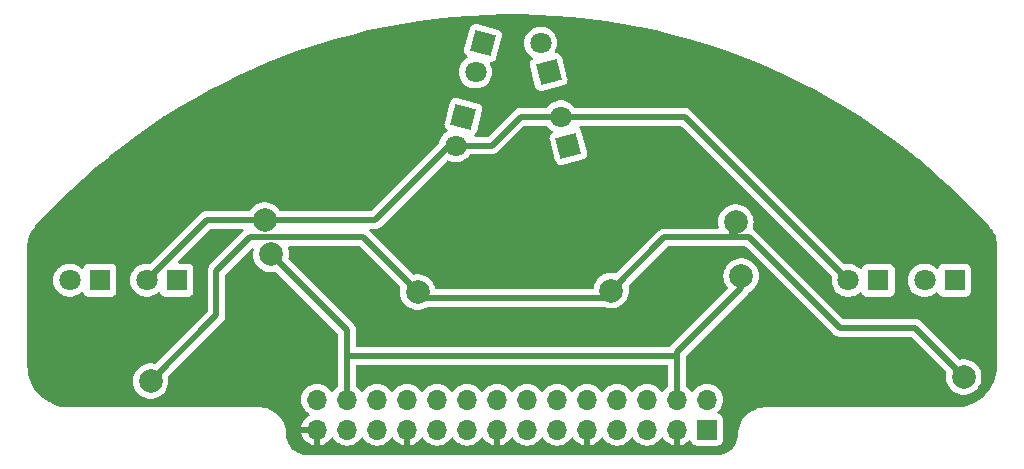
<source format=gbr>
%TF.GenerationSoftware,KiCad,Pcbnew,8.0.0*%
%TF.CreationDate,2024-03-23T23:06:13+02:00*%
%TF.ProjectId,test,74657374-2e6b-4696-9361-645f70636258,rev?*%
%TF.SameCoordinates,Original*%
%TF.FileFunction,Copper,L2,Bot*%
%TF.FilePolarity,Positive*%
%FSLAX46Y46*%
G04 Gerber Fmt 4.6, Leading zero omitted, Abs format (unit mm)*
G04 Created by KiCad (PCBNEW 8.0.0) date 2024-03-23 23:06:13*
%MOMM*%
%LPD*%
G01*
G04 APERTURE LIST*
G04 Aperture macros list*
%AMRotRect*
0 Rectangle, with rotation*
0 The origin of the aperture is its center*
0 $1 length*
0 $2 width*
0 $3 Rotation angle, in degrees counterclockwise*
0 Add horizontal line*
21,1,$1,$2,0,0,$3*%
G04 Aperture macros list end*
%TA.AperFunction,ComponentPad*%
%ADD10R,1.800000X1.800000*%
%TD*%
%TA.AperFunction,ComponentPad*%
%ADD11C,1.800000*%
%TD*%
%TA.AperFunction,ComponentPad*%
%ADD12RotRect,1.800000X1.800000X105.000000*%
%TD*%
%TA.AperFunction,ComponentPad*%
%ADD13RotRect,1.800000X1.800000X255.000000*%
%TD*%
%TA.AperFunction,ComponentPad*%
%ADD14R,1.700000X1.700000*%
%TD*%
%TA.AperFunction,ComponentPad*%
%ADD15O,1.700000X1.700000*%
%TD*%
%TA.AperFunction,ViaPad*%
%ADD16C,1.000000*%
%TD*%
%TA.AperFunction,ViaPad*%
%ADD17C,2.000000*%
%TD*%
%TA.AperFunction,Conductor*%
%ADD18C,0.500000*%
%TD*%
G04 APERTURE END LIST*
D10*
%TO.P,CGQ2,1,E*%
%TO.N,Net-(CGQ2-E)*%
X160825200Y-54559030D03*
D11*
%TO.P,CGQ2,2,C*%
%TO.N,/DetectorIn*%
X158285200Y-54559030D03*
%TD*%
D10*
%TO.P,U4,1,A*%
%TO.N,Net-(U4-A)*%
X226680404Y-54574658D03*
D11*
%TO.P,U4,2,C*%
%TO.N,Net-(Q4-C)*%
X224140404Y-54574658D03*
%TD*%
D12*
%TO.P,CGQ3,1,E*%
%TO.N,Net-(CGQ3-E)*%
X193991153Y-43176498D03*
D11*
%TO.P,CGQ3,2,C*%
%TO.N,/DetectorIn*%
X193333753Y-40723046D03*
%TD*%
D10*
%TO.P,CGQ4,1,E*%
%TO.N,Net-(CGQ4-E)*%
X220223258Y-54580179D03*
D11*
%TO.P,CGQ4,2,C*%
%TO.N,/DetectorIn*%
X217683258Y-54580179D03*
%TD*%
D12*
%TO.P,U3,1,A*%
%TO.N,Net-(U3-A)*%
X192309943Y-36940771D03*
D11*
%TO.P,U3,2,C*%
%TO.N,Net-(Q3-C)*%
X191652543Y-34487319D03*
%TD*%
D13*
%TO.P,U1,1,A*%
%TO.N,Net-(U1-A)*%
X186784954Y-34473617D03*
D11*
%TO.P,U1,2,C*%
%TO.N,Net-(Q1-C)*%
X186127554Y-36927069D03*
%TD*%
D13*
%TO.P,CGQ1,1,E*%
%TO.N,Net-(CGQ1-E)*%
X185103013Y-40711603D03*
D11*
%TO.P,CGQ1,2,C*%
%TO.N,/DetectorIn*%
X184445613Y-43165055D03*
%TD*%
D10*
%TO.P,U2,1,A*%
%TO.N,Net-(U2-A)*%
X154311726Y-54563040D03*
D11*
%TO.P,U2,2,C*%
%TO.N,Net-(Q2-C)*%
X151771726Y-54563040D03*
%TD*%
D14*
%TO.P,J1,1,Pin_1*%
%TO.N,unconnected-(J1-Pin_1-Pad1)*%
X205730422Y-67212480D03*
D15*
%TO.P,J1,2,Pin_2*%
%TO.N,/3V3*%
X205730422Y-64672480D03*
%TO.P,J1,3,Pin_3*%
%TO.N,GND*%
X203190422Y-67212480D03*
%TO.P,J1,4,Pin_4*%
%TO.N,/Batt*%
X203190422Y-64672480D03*
%TO.P,J1,5,Pin_5*%
%TO.N,/Middle Right output*%
X200650422Y-67212480D03*
%TO.P,J1,6,Pin_6*%
%TO.N,unconnected-(J1-Pin_6-Pad6)*%
X200650422Y-64672480D03*
%TO.P,J1,7,Pin_7*%
%TO.N,/Right output*%
X198110422Y-67212480D03*
%TO.P,J1,8,Pin_8*%
%TO.N,/Middle Right input*%
X198110422Y-64672480D03*
%TO.P,J1,9,Pin_9*%
%TO.N,GND*%
X195570422Y-67212480D03*
%TO.P,J1,10,Pin_10*%
%TO.N,/Right input*%
X195570422Y-64672480D03*
%TO.P,J1,11,Pin_11*%
%TO.N,unconnected-(J1-Pin_11-Pad11)*%
X193030422Y-67212480D03*
%TO.P,J1,12,Pin_12*%
%TO.N,unconnected-(J1-Pin_12-Pad12)*%
X193030422Y-64672480D03*
%TO.P,J1,13,Pin_13*%
%TO.N,unconnected-(J1-Pin_13-Pad13)*%
X190490422Y-67212480D03*
%TO.P,J1,14,Pin_14*%
%TO.N,unconnected-(J1-Pin_14-Pad14)*%
X190490422Y-64672480D03*
%TO.P,J1,15,Pin_15*%
%TO.N,GND*%
X187950422Y-67212480D03*
%TO.P,J1,16,Pin_16*%
%TO.N,unconnected-(J1-Pin_16-Pad16)*%
X187950422Y-64672480D03*
%TO.P,J1,17,Pin_17*%
%TO.N,unconnected-(J1-Pin_17-Pad17)*%
X185410422Y-67212480D03*
%TO.P,J1,18,Pin_18*%
%TO.N,unconnected-(J1-Pin_18-Pad18)*%
X185410422Y-64672480D03*
%TO.P,J1,19,Pin_19*%
%TO.N,/Left output*%
X182870422Y-67212480D03*
%TO.P,J1,20,Pin_20*%
%TO.N,/Left input*%
X182870422Y-64672480D03*
%TO.P,J1,21,Pin_21*%
%TO.N,GND*%
X180330422Y-67212480D03*
%TO.P,J1,22,Pin_22*%
%TO.N,/Middle Left input*%
X180330422Y-64672480D03*
%TO.P,J1,23,Pin_23*%
%TO.N,unconnected-(J1-Pin_23-Pad23)*%
X177790422Y-67212480D03*
%TO.P,J1,24,Pin_24*%
%TO.N,unconnected-(J1-Pin_24-Pad24)*%
X177790422Y-64672480D03*
%TO.P,J1,25,Pin_25*%
%TO.N,/Middle Left output*%
X175250422Y-67212480D03*
%TO.P,J1,26,Pin_26*%
%TO.N,/Batt*%
X175250422Y-64672480D03*
%TO.P,J1,27,Pin_27*%
%TO.N,GND*%
X172710422Y-67212480D03*
%TO.P,J1,28,Pin_28*%
%TO.N,unconnected-(J1-Pin_28-Pad28)*%
X172710422Y-64672480D03*
%TD*%
D16*
%TO.N,GND*%
X189126812Y-62494018D03*
D17*
%TO.N,/Batt*%
X208626594Y-54206407D03*
X168812884Y-52369434D03*
D16*
%TO.N,GND*%
X209642109Y-56104788D03*
X156097344Y-56256190D03*
X180791339Y-58370762D03*
X191608152Y-54823602D03*
X195335857Y-45993396D03*
X183535113Y-46299909D03*
D17*
%TO.N,/DetectorIn*%
X168263773Y-49456758D03*
%TO.N,/EmitterIn*%
X197615123Y-55435608D03*
X158622676Y-63104025D03*
X227458103Y-62746427D03*
X181236678Y-55574588D03*
X208165022Y-49638439D03*
%TD*%
D18*
%TO.N,/Batt*%
X203190422Y-60960000D02*
X203190422Y-60672480D01*
X203190422Y-64672480D02*
X203190422Y-60960000D01*
X203190422Y-60960000D02*
X175250422Y-60960000D01*
X203190422Y-60672480D02*
X208626594Y-55236308D01*
X175250422Y-64672480D02*
X175250422Y-60960000D01*
X175250422Y-60960000D02*
X175250422Y-58806972D01*
%TO.N,/EmitterIn*%
X164185057Y-53786097D02*
X164185057Y-57541644D01*
X167051720Y-50919434D02*
X164185057Y-53786097D01*
X176581524Y-50919434D02*
X167051720Y-50919434D01*
X181236678Y-55574588D02*
X176581524Y-50919434D01*
X164185057Y-57541644D02*
X158622676Y-63104025D01*
%TO.N,/DetectorIn*%
X193333753Y-40723046D02*
X203826125Y-40723046D01*
X203826125Y-40723046D02*
X217683258Y-54580179D01*
X189944809Y-40723046D02*
X193333753Y-40723046D01*
X187502800Y-43165055D02*
X189944809Y-40723046D01*
X184445613Y-43165055D02*
X187502800Y-43165055D01*
X183908413Y-43165055D02*
X177616710Y-49456758D01*
X177616710Y-49456758D02*
X168263773Y-49456758D01*
X184445613Y-43165055D02*
X183908413Y-43165055D01*
%TO.N,/Batt*%
X208626594Y-54206407D02*
X208626594Y-55236308D01*
X175250422Y-58806972D02*
X168812884Y-52369434D01*
%TO.N,/DetectorIn*%
X158285200Y-54559030D02*
X163387472Y-49456758D01*
X163387472Y-49456758D02*
X168263773Y-49456758D01*
%TO.N,/EmitterIn*%
X207853300Y-49950161D02*
X207853300Y-50944665D01*
X207853300Y-50944665D02*
X205313300Y-50944665D01*
X197615123Y-55435608D02*
X196976394Y-56074337D01*
X209322702Y-50944665D02*
X207853300Y-50944665D01*
X196976394Y-56074337D02*
X181736427Y-56074337D01*
X216980007Y-58601970D02*
X209322702Y-50944665D01*
X181736427Y-56074337D02*
X181236678Y-55574588D01*
X205313300Y-50944665D02*
X202106066Y-50944665D01*
X227458103Y-62746427D02*
X223313646Y-58601970D01*
X202106066Y-50944665D02*
X197615123Y-55435608D01*
X197615123Y-55435608D02*
X197292628Y-55435608D01*
X223313646Y-58601970D02*
X216980007Y-58601970D01*
X208165022Y-49638439D02*
X207853300Y-49950161D01*
%TD*%
%TA.AperFunction,Conductor*%
%TO.N,GND*%
G36*
X202382961Y-61730185D02*
G01*
X202428716Y-61782989D01*
X202439922Y-61834500D01*
X202439922Y-63484778D01*
X202420237Y-63551817D01*
X202387047Y-63586352D01*
X202319017Y-63633987D01*
X202151927Y-63801077D01*
X202021997Y-63986638D01*
X201967420Y-64030263D01*
X201897922Y-64037457D01*
X201835567Y-64005934D01*
X201818847Y-63986638D01*
X201688916Y-63801077D01*
X201521824Y-63633986D01*
X201521817Y-63633981D01*
X201328256Y-63498447D01*
X201328252Y-63498445D01*
X201298943Y-63484778D01*
X201114085Y-63398577D01*
X201114081Y-63398576D01*
X201114077Y-63398574D01*
X200885835Y-63337418D01*
X200885825Y-63337416D01*
X200650423Y-63316821D01*
X200650421Y-63316821D01*
X200415018Y-63337416D01*
X200415008Y-63337418D01*
X200186766Y-63398574D01*
X200186757Y-63398578D01*
X199972593Y-63498444D01*
X199972591Y-63498445D01*
X199779019Y-63633985D01*
X199611927Y-63801077D01*
X199481997Y-63986638D01*
X199427420Y-64030263D01*
X199357922Y-64037457D01*
X199295567Y-64005934D01*
X199278847Y-63986638D01*
X199148916Y-63801077D01*
X198981824Y-63633986D01*
X198981817Y-63633981D01*
X198788256Y-63498447D01*
X198788252Y-63498445D01*
X198758943Y-63484778D01*
X198574085Y-63398577D01*
X198574081Y-63398576D01*
X198574077Y-63398574D01*
X198345835Y-63337418D01*
X198345825Y-63337416D01*
X198110423Y-63316821D01*
X198110421Y-63316821D01*
X197875018Y-63337416D01*
X197875008Y-63337418D01*
X197646766Y-63398574D01*
X197646757Y-63398578D01*
X197432593Y-63498444D01*
X197432591Y-63498445D01*
X197239019Y-63633985D01*
X197071927Y-63801077D01*
X196941997Y-63986638D01*
X196887420Y-64030263D01*
X196817922Y-64037457D01*
X196755567Y-64005934D01*
X196738847Y-63986638D01*
X196608916Y-63801077D01*
X196441824Y-63633986D01*
X196441817Y-63633981D01*
X196248256Y-63498447D01*
X196248252Y-63498445D01*
X196218943Y-63484778D01*
X196034085Y-63398577D01*
X196034081Y-63398576D01*
X196034077Y-63398574D01*
X195805835Y-63337418D01*
X195805825Y-63337416D01*
X195570423Y-63316821D01*
X195570421Y-63316821D01*
X195335018Y-63337416D01*
X195335008Y-63337418D01*
X195106766Y-63398574D01*
X195106757Y-63398578D01*
X194892593Y-63498444D01*
X194892591Y-63498445D01*
X194699019Y-63633985D01*
X194531927Y-63801077D01*
X194401997Y-63986638D01*
X194347420Y-64030263D01*
X194277922Y-64037457D01*
X194215567Y-64005934D01*
X194198847Y-63986638D01*
X194068916Y-63801077D01*
X193901824Y-63633986D01*
X193901817Y-63633981D01*
X193708256Y-63498447D01*
X193708252Y-63498445D01*
X193678943Y-63484778D01*
X193494085Y-63398577D01*
X193494081Y-63398576D01*
X193494077Y-63398574D01*
X193265835Y-63337418D01*
X193265825Y-63337416D01*
X193030423Y-63316821D01*
X193030421Y-63316821D01*
X192795018Y-63337416D01*
X192795008Y-63337418D01*
X192566766Y-63398574D01*
X192566757Y-63398578D01*
X192352593Y-63498444D01*
X192352591Y-63498445D01*
X192159019Y-63633985D01*
X191991927Y-63801077D01*
X191861997Y-63986638D01*
X191807420Y-64030263D01*
X191737922Y-64037457D01*
X191675567Y-64005934D01*
X191658847Y-63986638D01*
X191528916Y-63801077D01*
X191361824Y-63633986D01*
X191361817Y-63633981D01*
X191168256Y-63498447D01*
X191168252Y-63498445D01*
X191138943Y-63484778D01*
X190954085Y-63398577D01*
X190954081Y-63398576D01*
X190954077Y-63398574D01*
X190725835Y-63337418D01*
X190725825Y-63337416D01*
X190490423Y-63316821D01*
X190490421Y-63316821D01*
X190255018Y-63337416D01*
X190255008Y-63337418D01*
X190026766Y-63398574D01*
X190026757Y-63398578D01*
X189812593Y-63498444D01*
X189812591Y-63498445D01*
X189619019Y-63633985D01*
X189451927Y-63801077D01*
X189321997Y-63986638D01*
X189267420Y-64030263D01*
X189197922Y-64037457D01*
X189135567Y-64005934D01*
X189118847Y-63986638D01*
X188988916Y-63801077D01*
X188821824Y-63633986D01*
X188821817Y-63633981D01*
X188628256Y-63498447D01*
X188628252Y-63498445D01*
X188598943Y-63484778D01*
X188414085Y-63398577D01*
X188414081Y-63398576D01*
X188414077Y-63398574D01*
X188185835Y-63337418D01*
X188185825Y-63337416D01*
X187950423Y-63316821D01*
X187950421Y-63316821D01*
X187715018Y-63337416D01*
X187715008Y-63337418D01*
X187486766Y-63398574D01*
X187486757Y-63398578D01*
X187272593Y-63498444D01*
X187272591Y-63498445D01*
X187079019Y-63633985D01*
X186911927Y-63801077D01*
X186781997Y-63986638D01*
X186727420Y-64030263D01*
X186657922Y-64037457D01*
X186595567Y-64005934D01*
X186578847Y-63986638D01*
X186448916Y-63801077D01*
X186281824Y-63633986D01*
X186281817Y-63633981D01*
X186088256Y-63498447D01*
X186088252Y-63498445D01*
X186058943Y-63484778D01*
X185874085Y-63398577D01*
X185874081Y-63398576D01*
X185874077Y-63398574D01*
X185645835Y-63337418D01*
X185645825Y-63337416D01*
X185410423Y-63316821D01*
X185410421Y-63316821D01*
X185175018Y-63337416D01*
X185175008Y-63337418D01*
X184946766Y-63398574D01*
X184946757Y-63398578D01*
X184732593Y-63498444D01*
X184732591Y-63498445D01*
X184539019Y-63633985D01*
X184371927Y-63801077D01*
X184241997Y-63986638D01*
X184187420Y-64030263D01*
X184117922Y-64037457D01*
X184055567Y-64005934D01*
X184038847Y-63986638D01*
X183908916Y-63801077D01*
X183741824Y-63633986D01*
X183741817Y-63633981D01*
X183548256Y-63498447D01*
X183548252Y-63498445D01*
X183518943Y-63484778D01*
X183334085Y-63398577D01*
X183334081Y-63398576D01*
X183334077Y-63398574D01*
X183105835Y-63337418D01*
X183105825Y-63337416D01*
X182870423Y-63316821D01*
X182870421Y-63316821D01*
X182635018Y-63337416D01*
X182635008Y-63337418D01*
X182406766Y-63398574D01*
X182406757Y-63398578D01*
X182192593Y-63498444D01*
X182192591Y-63498445D01*
X181999019Y-63633985D01*
X181831927Y-63801077D01*
X181701997Y-63986638D01*
X181647420Y-64030263D01*
X181577922Y-64037457D01*
X181515567Y-64005934D01*
X181498847Y-63986638D01*
X181368916Y-63801077D01*
X181201824Y-63633986D01*
X181201817Y-63633981D01*
X181008256Y-63498447D01*
X181008252Y-63498445D01*
X180978943Y-63484778D01*
X180794085Y-63398577D01*
X180794081Y-63398576D01*
X180794077Y-63398574D01*
X180565835Y-63337418D01*
X180565825Y-63337416D01*
X180330423Y-63316821D01*
X180330421Y-63316821D01*
X180095018Y-63337416D01*
X180095008Y-63337418D01*
X179866766Y-63398574D01*
X179866757Y-63398578D01*
X179652593Y-63498444D01*
X179652591Y-63498445D01*
X179459019Y-63633985D01*
X179291927Y-63801077D01*
X179161997Y-63986638D01*
X179107420Y-64030263D01*
X179037922Y-64037457D01*
X178975567Y-64005934D01*
X178958847Y-63986638D01*
X178828916Y-63801077D01*
X178661824Y-63633986D01*
X178661817Y-63633981D01*
X178468256Y-63498447D01*
X178468252Y-63498445D01*
X178438943Y-63484778D01*
X178254085Y-63398577D01*
X178254081Y-63398576D01*
X178254077Y-63398574D01*
X178025835Y-63337418D01*
X178025825Y-63337416D01*
X177790423Y-63316821D01*
X177790421Y-63316821D01*
X177555018Y-63337416D01*
X177555008Y-63337418D01*
X177326766Y-63398574D01*
X177326757Y-63398578D01*
X177112593Y-63498444D01*
X177112591Y-63498445D01*
X176919019Y-63633985D01*
X176751927Y-63801077D01*
X176621997Y-63986638D01*
X176567420Y-64030263D01*
X176497922Y-64037457D01*
X176435567Y-64005934D01*
X176418847Y-63986638D01*
X176288916Y-63801077D01*
X176121826Y-63633987D01*
X176053797Y-63586352D01*
X176010173Y-63531774D01*
X176000922Y-63484778D01*
X176000922Y-61834500D01*
X176020607Y-61767461D01*
X176073411Y-61721706D01*
X176124922Y-61710500D01*
X202315922Y-61710500D01*
X202382961Y-61730185D01*
G37*
%TD.AperFunction*%
%TA.AperFunction,Conductor*%
G36*
X189952519Y-32037891D02*
G01*
X189955675Y-32037934D01*
X191398878Y-32076399D01*
X191402177Y-32076531D01*
X192843810Y-32153415D01*
X192847035Y-32153630D01*
X194286138Y-32268883D01*
X194289305Y-32269179D01*
X195724880Y-32422722D01*
X195728072Y-32423106D01*
X197158984Y-32614817D01*
X197162211Y-32615294D01*
X198587517Y-32845045D01*
X198590682Y-32845599D01*
X200009424Y-33113239D01*
X200012548Y-33113872D01*
X201423588Y-33419185D01*
X201426751Y-33419914D01*
X202829183Y-33762703D01*
X202832327Y-33763516D01*
X204225107Y-34143525D01*
X204228156Y-34144400D01*
X205610410Y-34561394D01*
X205613471Y-34562362D01*
X206984100Y-35016009D01*
X206987136Y-35017060D01*
X208345156Y-35507033D01*
X208348159Y-35508162D01*
X209448007Y-35938424D01*
X209692618Y-36034116D01*
X209695678Y-36035360D01*
X211025629Y-36596922D01*
X211028654Y-36598247D01*
X212343177Y-37195028D01*
X212346165Y-37196433D01*
X213644296Y-37827995D01*
X213647247Y-37829479D01*
X213865833Y-37943121D01*
X214928199Y-38495441D01*
X214931054Y-38496975D01*
X216193738Y-39196770D01*
X216196582Y-39198396D01*
X217440212Y-39931589D01*
X217443003Y-39933285D01*
X218228207Y-40424848D01*
X218666671Y-40699341D01*
X218669431Y-40701121D01*
X219872260Y-41499490D01*
X219874910Y-41501300D01*
X221056126Y-42331473D01*
X221058739Y-42333363D01*
X221563724Y-42708755D01*
X222217358Y-43194649D01*
X222219982Y-43196655D01*
X223355188Y-44088439D01*
X223357758Y-44090513D01*
X223660338Y-44341525D01*
X224309376Y-44879950D01*
X224468889Y-45012277D01*
X224471402Y-45014420D01*
X225557504Y-45965374D01*
X225559960Y-45967582D01*
X226620438Y-46947204D01*
X226622772Y-46949417D01*
X227608928Y-47910302D01*
X227656784Y-47956932D01*
X227659114Y-47959264D01*
X228469096Y-48791677D01*
X228665882Y-48993912D01*
X228668154Y-48996310D01*
X229607834Y-50014935D01*
X229616336Y-50026777D01*
X229616873Y-50026376D01*
X229622187Y-50033474D01*
X229622188Y-50033475D01*
X229622190Y-50033478D01*
X229650935Y-50062224D01*
X229652972Y-50064261D01*
X229657539Y-50069080D01*
X229690547Y-50105830D01*
X229695184Y-50110315D01*
X229803920Y-50231991D01*
X229815688Y-50245159D01*
X229824354Y-50256028D01*
X229935350Y-50412461D01*
X229952994Y-50437327D01*
X229960393Y-50449102D01*
X230067933Y-50643684D01*
X230073966Y-50656212D01*
X230159037Y-50861593D01*
X230163630Y-50874717D01*
X230225175Y-51088344D01*
X230228269Y-51101901D01*
X230265507Y-51321070D01*
X230267064Y-51334888D01*
X230279729Y-51560406D01*
X230279924Y-51567359D01*
X230279924Y-61790947D01*
X230279775Y-61797032D01*
X230263181Y-62134800D01*
X230261988Y-62146909D01*
X230212817Y-62478397D01*
X230210443Y-62490332D01*
X230129018Y-62815402D01*
X230125486Y-62827047D01*
X230012586Y-63142583D01*
X230007929Y-63153825D01*
X229864652Y-63456762D01*
X229858916Y-63467494D01*
X229686629Y-63754941D01*
X229679868Y-63765059D01*
X229480243Y-64034225D01*
X229472523Y-64043632D01*
X229247472Y-64291940D01*
X229238868Y-64300544D01*
X228990563Y-64525598D01*
X228981156Y-64533318D01*
X228711991Y-64732946D01*
X228701874Y-64739707D01*
X228528791Y-64843450D01*
X228414428Y-64911998D01*
X228403703Y-64917731D01*
X228100760Y-65061015D01*
X228089517Y-65065672D01*
X227773996Y-65178570D01*
X227762352Y-65182103D01*
X227437270Y-65263536D01*
X227425335Y-65265910D01*
X227093849Y-65315084D01*
X227081739Y-65316277D01*
X226744908Y-65332829D01*
X226738822Y-65332978D01*
X210687743Y-65332978D01*
X210685361Y-65332955D01*
X210551511Y-65330383D01*
X210551507Y-65330383D01*
X210551499Y-65330383D01*
X210551489Y-65330383D01*
X210551489Y-65330384D01*
X210277658Y-65358306D01*
X210277654Y-65358306D01*
X210277652Y-65358307D01*
X210189192Y-65378316D01*
X210009161Y-65419037D01*
X210009149Y-65419041D01*
X209749959Y-65511683D01*
X209749952Y-65511685D01*
X209503813Y-65634897D01*
X209503803Y-65634903D01*
X209274307Y-65786885D01*
X209064802Y-65965419D01*
X209064792Y-65965429D01*
X208878337Y-66167913D01*
X208878332Y-66167919D01*
X208717634Y-66391416D01*
X208717628Y-66391424D01*
X208585055Y-66632634D01*
X208585053Y-66632640D01*
X208585050Y-66632646D01*
X208538347Y-66748993D01*
X208482511Y-66888091D01*
X208482507Y-66888102D01*
X208411503Y-67154057D01*
X208373074Y-67426625D01*
X208371694Y-67498389D01*
X208370446Y-67513710D01*
X208370389Y-67514103D01*
X208370355Y-67566813D01*
X208370335Y-67568986D01*
X208370324Y-67569591D01*
X208370023Y-67576259D01*
X208352703Y-67816350D01*
X208350174Y-67833860D01*
X208299777Y-68064849D01*
X208294782Y-68081822D01*
X208212026Y-68303285D01*
X208204667Y-68319374D01*
X208091228Y-68526818D01*
X208081653Y-68541695D01*
X207939859Y-68730867D01*
X207928265Y-68744231D01*
X207760985Y-68911306D01*
X207747607Y-68922884D01*
X207558252Y-69064451D01*
X207543363Y-69074007D01*
X207335789Y-69187185D01*
X207319690Y-69194525D01*
X207098113Y-69277012D01*
X207081136Y-69281985D01*
X206850096Y-69332096D01*
X206832582Y-69334603D01*
X206591937Y-69351665D01*
X206583095Y-69351976D01*
X206521809Y-69351940D01*
X206521280Y-69351977D01*
X171939453Y-69351045D01*
X171938881Y-69351005D01*
X171877388Y-69351041D01*
X171868544Y-69350730D01*
X171628284Y-69333691D01*
X171610771Y-69331184D01*
X171379712Y-69281066D01*
X171362734Y-69276092D01*
X171141164Y-69193604D01*
X171125067Y-69186265D01*
X170917484Y-69073082D01*
X170902595Y-69063526D01*
X170713236Y-68921956D01*
X170699867Y-68910387D01*
X170532563Y-68743289D01*
X170520994Y-68729955D01*
X170379167Y-68540744D01*
X170369602Y-68525880D01*
X170358881Y-68506276D01*
X170256158Y-68318432D01*
X170248804Y-68302355D01*
X170166038Y-68080879D01*
X170161045Y-68063914D01*
X170110640Y-67832907D01*
X170108112Y-67815399D01*
X170101025Y-67717204D01*
X170090849Y-67576209D01*
X170090551Y-67569670D01*
X170090522Y-67568169D01*
X170090500Y-67565910D01*
X170090467Y-67513160D01*
X170090465Y-67513153D01*
X170090365Y-67512458D01*
X170089112Y-67497105D01*
X170087742Y-67425703D01*
X170049321Y-67153131D01*
X169978324Y-66887178D01*
X169875787Y-66631721D01*
X169875783Y-66631714D01*
X169875781Y-66631709D01*
X169743214Y-66390501D01*
X169743210Y-66390495D01*
X169743209Y-66390494D01*
X169743206Y-66390488D01*
X169582513Y-66166994D01*
X169396052Y-65964500D01*
X169344167Y-65920284D01*
X169186543Y-65785957D01*
X169186540Y-65785955D01*
X168957044Y-65633975D01*
X168957028Y-65633965D01*
X168710889Y-65510758D01*
X168451680Y-65418113D01*
X168451669Y-65418109D01*
X168183199Y-65357389D01*
X167964117Y-65335053D01*
X167909348Y-65329470D01*
X167909347Y-65329470D01*
X167776835Y-65332019D01*
X167774450Y-65332042D01*
X151722956Y-65332042D01*
X151716872Y-65331893D01*
X151686135Y-65330383D01*
X151379102Y-65315299D01*
X151366993Y-65314106D01*
X151035504Y-65264936D01*
X151023569Y-65262562D01*
X150698498Y-65181137D01*
X150686853Y-65177605D01*
X150371315Y-65064705D01*
X150360073Y-65060048D01*
X150057135Y-64916771D01*
X150046403Y-64911035D01*
X149758955Y-64738748D01*
X149748837Y-64731987D01*
X149479676Y-64532367D01*
X149470270Y-64524648D01*
X149221949Y-64299587D01*
X149213344Y-64290982D01*
X149138872Y-64208817D01*
X148988296Y-64042685D01*
X148980578Y-64033280D01*
X148780945Y-63764110D01*
X148774184Y-63753993D01*
X148601891Y-63466548D01*
X148596155Y-63455816D01*
X148463186Y-63174685D01*
X148452871Y-63152878D01*
X148448216Y-63141639D01*
X148335311Y-62826103D01*
X148331779Y-62814458D01*
X148252660Y-62498614D01*
X148250350Y-62489393D01*
X148247976Y-62477463D01*
X148235629Y-62394236D01*
X148198799Y-62145965D01*
X148197606Y-62133855D01*
X148181075Y-61797470D01*
X148180926Y-61791384D01*
X148180926Y-54563046D01*
X150366426Y-54563046D01*
X150385590Y-54794337D01*
X150385592Y-54794348D01*
X150442568Y-55019340D01*
X150535801Y-55231888D01*
X150662742Y-55426187D01*
X150662745Y-55426191D01*
X150662747Y-55426193D01*
X150819942Y-55596953D01*
X150819945Y-55596955D01*
X150819948Y-55596958D01*
X151003091Y-55739504D01*
X151003097Y-55739508D01*
X151003100Y-55739510D01*
X151207223Y-55849976D01*
X151321213Y-55889108D01*
X151426741Y-55925337D01*
X151426743Y-55925337D01*
X151426745Y-55925338D01*
X151655677Y-55963540D01*
X151655678Y-55963540D01*
X151887774Y-55963540D01*
X151887775Y-55963540D01*
X152116707Y-55925338D01*
X152336229Y-55849976D01*
X152540352Y-55739510D01*
X152569289Y-55716988D01*
X152660918Y-55645670D01*
X152723510Y-55596953D01*
X152731856Y-55587886D01*
X152791736Y-55551894D01*
X152861575Y-55553989D01*
X152919194Y-55593509D01*
X152939270Y-55628531D01*
X152967929Y-55705370D01*
X152967932Y-55705375D01*
X153054178Y-55820584D01*
X153054181Y-55820587D01*
X153169390Y-55906833D01*
X153169397Y-55906837D01*
X153304243Y-55957131D01*
X153304242Y-55957131D01*
X153311170Y-55957875D01*
X153363853Y-55963540D01*
X155259598Y-55963539D01*
X155319209Y-55957131D01*
X155454057Y-55906836D01*
X155569272Y-55820586D01*
X155655522Y-55705371D01*
X155705817Y-55570523D01*
X155712226Y-55510913D01*
X155712225Y-54559036D01*
X156879900Y-54559036D01*
X156899064Y-54790327D01*
X156899066Y-54790338D01*
X156956042Y-55015330D01*
X157049275Y-55227878D01*
X157176216Y-55422177D01*
X157176219Y-55422181D01*
X157176221Y-55422183D01*
X157333416Y-55592943D01*
X157333419Y-55592945D01*
X157333422Y-55592948D01*
X157516565Y-55735494D01*
X157516571Y-55735498D01*
X157516574Y-55735500D01*
X157720697Y-55845966D01*
X157782302Y-55867115D01*
X157940215Y-55921327D01*
X157940217Y-55921327D01*
X157940219Y-55921328D01*
X158169151Y-55959530D01*
X158169152Y-55959530D01*
X158401248Y-55959530D01*
X158401249Y-55959530D01*
X158630181Y-55921328D01*
X158849703Y-55845966D01*
X159053826Y-55735500D01*
X159070511Y-55722514D01*
X159209809Y-55614094D01*
X159236984Y-55592943D01*
X159245330Y-55583876D01*
X159305210Y-55547884D01*
X159375049Y-55549979D01*
X159432668Y-55589499D01*
X159452744Y-55624521D01*
X159481403Y-55701360D01*
X159481406Y-55701365D01*
X159567652Y-55816574D01*
X159567655Y-55816577D01*
X159682864Y-55902823D01*
X159682871Y-55902827D01*
X159817717Y-55953121D01*
X159817716Y-55953121D01*
X159824644Y-55953865D01*
X159877327Y-55959530D01*
X161773072Y-55959529D01*
X161832683Y-55953121D01*
X161967531Y-55902826D01*
X162082746Y-55816576D01*
X162168996Y-55701361D01*
X162219291Y-55566513D01*
X162225700Y-55506903D01*
X162225699Y-53611158D01*
X162219291Y-53551547D01*
X162217321Y-53546266D01*
X162168997Y-53416701D01*
X162168993Y-53416694D01*
X162082747Y-53301485D01*
X162082744Y-53301482D01*
X161967535Y-53215236D01*
X161967528Y-53215232D01*
X161832682Y-53164938D01*
X161832683Y-53164938D01*
X161773083Y-53158531D01*
X161773081Y-53158530D01*
X161773073Y-53158530D01*
X161773065Y-53158530D01*
X161046429Y-53158530D01*
X160979390Y-53138845D01*
X160933635Y-53086041D01*
X160923691Y-53016883D01*
X160952716Y-52953327D01*
X160958748Y-52946849D01*
X163662020Y-50243577D01*
X163723343Y-50210092D01*
X163749701Y-50207258D01*
X166403165Y-50207258D01*
X166470204Y-50226943D01*
X166515959Y-50279747D01*
X166525903Y-50348905D01*
X166496878Y-50412461D01*
X166490846Y-50418939D01*
X163602107Y-53307678D01*
X163602106Y-53307678D01*
X163597342Y-53314809D01*
X163595804Y-53317112D01*
X163557758Y-53374051D01*
X163519971Y-53430604D01*
X163463400Y-53567179D01*
X163463397Y-53567189D01*
X163434557Y-53712176D01*
X163434557Y-57179413D01*
X163414872Y-57246452D01*
X163398238Y-57267094D01*
X159061923Y-61603408D01*
X159000600Y-61636893D01*
X158953833Y-61638036D01*
X158747011Y-61603525D01*
X158498341Y-61603525D01*
X158253059Y-61644454D01*
X158017873Y-61725194D01*
X158017864Y-61725197D01*
X157799169Y-61843549D01*
X157602933Y-61996286D01*
X157434509Y-62179242D01*
X157298502Y-62387418D01*
X157198612Y-62615143D01*
X157137568Y-62856200D01*
X157137566Y-62856212D01*
X157117033Y-63104019D01*
X157117033Y-63104030D01*
X157137566Y-63351837D01*
X157137568Y-63351849D01*
X157198612Y-63592906D01*
X157298502Y-63820631D01*
X157434509Y-64028807D01*
X157466921Y-64064016D01*
X157602932Y-64211763D01*
X157799167Y-64364499D01*
X157799169Y-64364500D01*
X157933277Y-64437076D01*
X158017866Y-64482853D01*
X158253062Y-64563596D01*
X158498341Y-64604525D01*
X158747011Y-64604525D01*
X158992290Y-64563596D01*
X159227486Y-64482853D01*
X159446185Y-64364499D01*
X159642420Y-64211763D01*
X159810840Y-64028810D01*
X159946849Y-63820632D01*
X160046739Y-63592906D01*
X160107784Y-63351846D01*
X160108980Y-63337416D01*
X160128319Y-63104030D01*
X160128319Y-63104019D01*
X160107785Y-62856212D01*
X160107784Y-62856209D01*
X160107784Y-62856204D01*
X160107781Y-62856192D01*
X160089533Y-62784132D01*
X160092157Y-62714312D01*
X160122055Y-62666012D01*
X164768009Y-58020059D01*
X164823583Y-57936886D01*
X164850141Y-57897139D01*
X164873575Y-57840564D01*
X164906716Y-57760556D01*
X164935557Y-57615561D01*
X164935557Y-57467726D01*
X164935557Y-54148327D01*
X164955242Y-54081288D01*
X164971876Y-54060646D01*
X166015639Y-53016883D01*
X167150702Y-51881819D01*
X167212023Y-51848336D01*
X167281715Y-51853320D01*
X167337648Y-51895192D01*
X167362065Y-51960656D01*
X167358587Y-51999942D01*
X167327776Y-52121609D01*
X167327774Y-52121621D01*
X167307241Y-52369428D01*
X167307241Y-52369439D01*
X167327774Y-52617246D01*
X167327776Y-52617258D01*
X167388820Y-52858315D01*
X167488710Y-53086040D01*
X167624717Y-53294216D01*
X167645788Y-53317105D01*
X167793140Y-53477172D01*
X167989375Y-53629908D01*
X168208074Y-53748262D01*
X168443270Y-53829005D01*
X168688549Y-53869934D01*
X168937219Y-53869934D01*
X169144042Y-53835422D01*
X169213407Y-53843804D01*
X169252132Y-53870050D01*
X174463603Y-59081520D01*
X174497088Y-59142843D01*
X174499922Y-59169201D01*
X174499922Y-63484778D01*
X174480237Y-63551817D01*
X174447047Y-63586352D01*
X174379017Y-63633987D01*
X174211927Y-63801077D01*
X174081997Y-63986638D01*
X174027420Y-64030263D01*
X173957922Y-64037457D01*
X173895567Y-64005934D01*
X173878847Y-63986638D01*
X173748916Y-63801077D01*
X173581824Y-63633986D01*
X173581817Y-63633981D01*
X173388256Y-63498447D01*
X173388252Y-63498445D01*
X173358943Y-63484778D01*
X173174085Y-63398577D01*
X173174081Y-63398576D01*
X173174077Y-63398574D01*
X172945835Y-63337418D01*
X172945825Y-63337416D01*
X172710423Y-63316821D01*
X172710421Y-63316821D01*
X172475018Y-63337416D01*
X172475008Y-63337418D01*
X172246766Y-63398574D01*
X172246757Y-63398578D01*
X172032593Y-63498444D01*
X172032591Y-63498445D01*
X171839019Y-63633985D01*
X171671927Y-63801077D01*
X171536387Y-63994649D01*
X171536386Y-63994651D01*
X171436520Y-64208815D01*
X171436516Y-64208824D01*
X171375360Y-64437066D01*
X171375358Y-64437076D01*
X171354763Y-64672479D01*
X171354763Y-64672480D01*
X171375358Y-64907883D01*
X171375360Y-64907893D01*
X171436516Y-65136135D01*
X171436518Y-65136139D01*
X171436519Y-65136143D01*
X171528235Y-65332829D01*
X171536387Y-65350310D01*
X171536389Y-65350314D01*
X171584510Y-65419037D01*
X171671927Y-65543881D01*
X171839021Y-65710975D01*
X172005861Y-65827798D01*
X172025016Y-65841210D01*
X172068641Y-65895787D01*
X172075835Y-65965285D01*
X172044312Y-66027640D01*
X172025017Y-66044360D01*
X171839344Y-66174370D01*
X171839342Y-66174371D01*
X171672313Y-66341400D01*
X171672308Y-66341406D01*
X171536822Y-66534900D01*
X171536821Y-66534902D01*
X171436992Y-66748987D01*
X171436989Y-66748993D01*
X171379786Y-66962479D01*
X171379786Y-66962480D01*
X172277410Y-66962480D01*
X172244497Y-67019487D01*
X172210422Y-67146654D01*
X172210422Y-67278306D01*
X172244497Y-67405473D01*
X172277410Y-67462480D01*
X171379786Y-67462480D01*
X171436989Y-67675966D01*
X171436992Y-67675972D01*
X171536821Y-67890058D01*
X171672316Y-68083562D01*
X171839339Y-68250585D01*
X172032843Y-68386080D01*
X172246929Y-68485909D01*
X172246938Y-68485913D01*
X172460422Y-68543114D01*
X172460422Y-67645492D01*
X172517429Y-67678405D01*
X172644596Y-67712480D01*
X172776248Y-67712480D01*
X172903415Y-67678405D01*
X172960422Y-67645492D01*
X172960422Y-68543113D01*
X173173905Y-68485913D01*
X173173914Y-68485909D01*
X173388000Y-68386080D01*
X173581504Y-68250585D01*
X173748527Y-68083562D01*
X173878541Y-67897885D01*
X173933118Y-67854261D01*
X174002617Y-67847068D01*
X174064971Y-67878590D01*
X174081691Y-67897885D01*
X174211927Y-68083881D01*
X174379021Y-68250975D01*
X174464259Y-68310659D01*
X174572587Y-68386512D01*
X174572589Y-68386513D01*
X174572592Y-68386515D01*
X174786759Y-68486383D01*
X175015014Y-68547543D01*
X175191456Y-68562980D01*
X175250421Y-68568139D01*
X175250422Y-68568139D01*
X175250423Y-68568139D01*
X175309388Y-68562980D01*
X175485830Y-68547543D01*
X175714085Y-68486383D01*
X175928252Y-68386515D01*
X176121823Y-68250975D01*
X176288917Y-68083881D01*
X176418847Y-67898322D01*
X176473424Y-67854697D01*
X176542922Y-67847503D01*
X176605277Y-67879026D01*
X176621997Y-67898322D01*
X176751703Y-68083562D01*
X176751927Y-68083881D01*
X176919021Y-68250975D01*
X177004259Y-68310659D01*
X177112587Y-68386512D01*
X177112589Y-68386513D01*
X177112592Y-68386515D01*
X177326759Y-68486383D01*
X177555014Y-68547543D01*
X177731456Y-68562980D01*
X177790421Y-68568139D01*
X177790422Y-68568139D01*
X177790423Y-68568139D01*
X177849388Y-68562980D01*
X178025830Y-68547543D01*
X178254085Y-68486383D01*
X178468252Y-68386515D01*
X178661823Y-68250975D01*
X178828917Y-68083881D01*
X178959152Y-67897885D01*
X179013729Y-67854261D01*
X179083227Y-67847067D01*
X179145582Y-67878590D01*
X179162301Y-67897885D01*
X179292312Y-68083558D01*
X179459339Y-68250585D01*
X179652843Y-68386080D01*
X179866929Y-68485909D01*
X179866938Y-68485913D01*
X180080422Y-68543114D01*
X180080422Y-67645492D01*
X180137429Y-67678405D01*
X180264596Y-67712480D01*
X180396248Y-67712480D01*
X180523415Y-67678405D01*
X180580422Y-67645492D01*
X180580422Y-68543113D01*
X180793905Y-68485913D01*
X180793914Y-68485909D01*
X181008000Y-68386080D01*
X181201504Y-68250585D01*
X181368527Y-68083562D01*
X181498541Y-67897885D01*
X181553118Y-67854261D01*
X181622617Y-67847068D01*
X181684971Y-67878590D01*
X181701691Y-67897885D01*
X181831927Y-68083881D01*
X181999021Y-68250975D01*
X182084259Y-68310659D01*
X182192587Y-68386512D01*
X182192589Y-68386513D01*
X182192592Y-68386515D01*
X182406759Y-68486383D01*
X182635014Y-68547543D01*
X182811456Y-68562980D01*
X182870421Y-68568139D01*
X182870422Y-68568139D01*
X182870423Y-68568139D01*
X182929388Y-68562980D01*
X183105830Y-68547543D01*
X183334085Y-68486383D01*
X183548252Y-68386515D01*
X183741823Y-68250975D01*
X183908917Y-68083881D01*
X184038847Y-67898322D01*
X184093424Y-67854697D01*
X184162922Y-67847503D01*
X184225277Y-67879026D01*
X184241997Y-67898322D01*
X184371703Y-68083562D01*
X184371927Y-68083881D01*
X184539021Y-68250975D01*
X184624259Y-68310659D01*
X184732587Y-68386512D01*
X184732589Y-68386513D01*
X184732592Y-68386515D01*
X184946759Y-68486383D01*
X185175014Y-68547543D01*
X185351456Y-68562980D01*
X185410421Y-68568139D01*
X185410422Y-68568139D01*
X185410423Y-68568139D01*
X185469388Y-68562980D01*
X185645830Y-68547543D01*
X185874085Y-68486383D01*
X186088252Y-68386515D01*
X186281823Y-68250975D01*
X186448917Y-68083881D01*
X186579152Y-67897885D01*
X186633729Y-67854261D01*
X186703227Y-67847067D01*
X186765582Y-67878590D01*
X186782301Y-67897885D01*
X186912312Y-68083558D01*
X187079339Y-68250585D01*
X187272843Y-68386080D01*
X187486929Y-68485909D01*
X187486938Y-68485913D01*
X187700422Y-68543114D01*
X187700422Y-67645492D01*
X187757429Y-67678405D01*
X187884596Y-67712480D01*
X188016248Y-67712480D01*
X188143415Y-67678405D01*
X188200422Y-67645492D01*
X188200422Y-68543113D01*
X188413905Y-68485913D01*
X188413914Y-68485909D01*
X188628000Y-68386080D01*
X188821504Y-68250585D01*
X188988527Y-68083562D01*
X189118541Y-67897885D01*
X189173118Y-67854261D01*
X189242617Y-67847068D01*
X189304971Y-67878590D01*
X189321691Y-67897885D01*
X189451927Y-68083881D01*
X189619021Y-68250975D01*
X189704259Y-68310659D01*
X189812587Y-68386512D01*
X189812589Y-68386513D01*
X189812592Y-68386515D01*
X190026759Y-68486383D01*
X190255014Y-68547543D01*
X190431456Y-68562980D01*
X190490421Y-68568139D01*
X190490422Y-68568139D01*
X190490423Y-68568139D01*
X190549388Y-68562980D01*
X190725830Y-68547543D01*
X190954085Y-68486383D01*
X191168252Y-68386515D01*
X191361823Y-68250975D01*
X191528917Y-68083881D01*
X191658847Y-67898322D01*
X191713424Y-67854697D01*
X191782922Y-67847503D01*
X191845277Y-67879026D01*
X191861997Y-67898322D01*
X191991703Y-68083562D01*
X191991927Y-68083881D01*
X192159021Y-68250975D01*
X192244259Y-68310659D01*
X192352587Y-68386512D01*
X192352589Y-68386513D01*
X192352592Y-68386515D01*
X192566759Y-68486383D01*
X192795014Y-68547543D01*
X192971456Y-68562980D01*
X193030421Y-68568139D01*
X193030422Y-68568139D01*
X193030423Y-68568139D01*
X193089388Y-68562980D01*
X193265830Y-68547543D01*
X193494085Y-68486383D01*
X193708252Y-68386515D01*
X193901823Y-68250975D01*
X194068917Y-68083881D01*
X194199152Y-67897885D01*
X194253729Y-67854261D01*
X194323227Y-67847067D01*
X194385582Y-67878590D01*
X194402301Y-67897885D01*
X194532312Y-68083558D01*
X194699339Y-68250585D01*
X194892843Y-68386080D01*
X195106929Y-68485909D01*
X195106938Y-68485913D01*
X195320422Y-68543114D01*
X195320422Y-67645492D01*
X195377429Y-67678405D01*
X195504596Y-67712480D01*
X195636248Y-67712480D01*
X195763415Y-67678405D01*
X195820422Y-67645492D01*
X195820422Y-68543113D01*
X196033905Y-68485913D01*
X196033914Y-68485909D01*
X196248000Y-68386080D01*
X196441504Y-68250585D01*
X196608527Y-68083562D01*
X196738541Y-67897885D01*
X196793118Y-67854261D01*
X196862617Y-67847068D01*
X196924971Y-67878590D01*
X196941691Y-67897885D01*
X197071927Y-68083881D01*
X197239021Y-68250975D01*
X197324259Y-68310659D01*
X197432587Y-68386512D01*
X197432589Y-68386513D01*
X197432592Y-68386515D01*
X197646759Y-68486383D01*
X197875014Y-68547543D01*
X198051456Y-68562980D01*
X198110421Y-68568139D01*
X198110422Y-68568139D01*
X198110423Y-68568139D01*
X198169388Y-68562980D01*
X198345830Y-68547543D01*
X198574085Y-68486383D01*
X198788252Y-68386515D01*
X198981823Y-68250975D01*
X199148917Y-68083881D01*
X199278847Y-67898322D01*
X199333424Y-67854697D01*
X199402922Y-67847503D01*
X199465277Y-67879026D01*
X199481997Y-67898322D01*
X199611703Y-68083562D01*
X199611927Y-68083881D01*
X199779021Y-68250975D01*
X199864259Y-68310659D01*
X199972587Y-68386512D01*
X199972589Y-68386513D01*
X199972592Y-68386515D01*
X200186759Y-68486383D01*
X200415014Y-68547543D01*
X200591456Y-68562980D01*
X200650421Y-68568139D01*
X200650422Y-68568139D01*
X200650423Y-68568139D01*
X200709388Y-68562980D01*
X200885830Y-68547543D01*
X201114085Y-68486383D01*
X201328252Y-68386515D01*
X201521823Y-68250975D01*
X201688917Y-68083881D01*
X201819152Y-67897885D01*
X201873729Y-67854261D01*
X201943227Y-67847067D01*
X202005582Y-67878590D01*
X202022301Y-67897885D01*
X202152312Y-68083558D01*
X202319339Y-68250585D01*
X202512843Y-68386080D01*
X202726929Y-68485909D01*
X202726938Y-68485913D01*
X202940422Y-68543114D01*
X202940422Y-67645492D01*
X202997429Y-67678405D01*
X203124596Y-67712480D01*
X203256248Y-67712480D01*
X203383415Y-67678405D01*
X203440422Y-67645492D01*
X203440422Y-68543113D01*
X203653905Y-68485913D01*
X203653914Y-68485909D01*
X203868000Y-68386080D01*
X204061500Y-68250588D01*
X204183555Y-68128533D01*
X204244878Y-68095048D01*
X204314570Y-68100032D01*
X204370504Y-68141903D01*
X204387419Y-68172881D01*
X204436624Y-68304808D01*
X204436628Y-68304815D01*
X204522874Y-68420024D01*
X204522877Y-68420027D01*
X204638086Y-68506273D01*
X204638093Y-68506277D01*
X204772939Y-68556571D01*
X204772938Y-68556571D01*
X204779866Y-68557315D01*
X204832549Y-68562980D01*
X206628294Y-68562979D01*
X206687905Y-68556571D01*
X206822753Y-68506276D01*
X206937968Y-68420026D01*
X207024218Y-68304811D01*
X207074513Y-68169963D01*
X207080922Y-68110353D01*
X207080921Y-66314608D01*
X207074513Y-66254997D01*
X207074290Y-66254400D01*
X207024219Y-66120151D01*
X207024215Y-66120144D01*
X206937969Y-66004935D01*
X206937966Y-66004932D01*
X206822757Y-65918686D01*
X206822750Y-65918682D01*
X206691339Y-65869669D01*
X206635405Y-65827798D01*
X206610988Y-65762333D01*
X206625840Y-65694060D01*
X206646985Y-65665812D01*
X206768917Y-65543881D01*
X206904457Y-65350310D01*
X207004325Y-65136143D01*
X207065485Y-64907888D01*
X207086081Y-64672480D01*
X207065485Y-64437072D01*
X207004325Y-64208817D01*
X206904457Y-63994651D01*
X206898847Y-63986638D01*
X206768916Y-63801077D01*
X206601824Y-63633986D01*
X206601817Y-63633981D01*
X206408256Y-63498447D01*
X206408252Y-63498445D01*
X206378943Y-63484778D01*
X206194085Y-63398577D01*
X206194081Y-63398576D01*
X206194077Y-63398574D01*
X205965835Y-63337418D01*
X205965825Y-63337416D01*
X205730423Y-63316821D01*
X205730421Y-63316821D01*
X205495018Y-63337416D01*
X205495008Y-63337418D01*
X205266766Y-63398574D01*
X205266757Y-63398578D01*
X205052593Y-63498444D01*
X205052591Y-63498445D01*
X204859019Y-63633985D01*
X204691927Y-63801077D01*
X204561997Y-63986638D01*
X204507420Y-64030263D01*
X204437922Y-64037457D01*
X204375567Y-64005934D01*
X204358847Y-63986638D01*
X204228916Y-63801077D01*
X204061826Y-63633987D01*
X203993797Y-63586352D01*
X203950173Y-63531774D01*
X203940922Y-63484778D01*
X203940922Y-61034709D01*
X203960607Y-60967670D01*
X203977241Y-60947028D01*
X209209542Y-55714727D01*
X209209545Y-55714724D01*
X209291678Y-55591803D01*
X209295757Y-55581953D01*
X209339593Y-55527551D01*
X209351295Y-55520352D01*
X209450103Y-55466881D01*
X209646338Y-55314145D01*
X209814758Y-55131192D01*
X209950767Y-54923014D01*
X210050657Y-54695288D01*
X210111702Y-54454228D01*
X210120432Y-54348874D01*
X210132237Y-54206412D01*
X210132237Y-54206401D01*
X210111703Y-53958594D01*
X210111701Y-53958582D01*
X210050657Y-53717525D01*
X209950767Y-53489800D01*
X209814760Y-53281624D01*
X209773114Y-53236385D01*
X209646338Y-53098669D01*
X209450103Y-52945933D01*
X209450101Y-52945932D01*
X209450100Y-52945931D01*
X209231405Y-52827579D01*
X209231396Y-52827576D01*
X208996210Y-52746836D01*
X208750929Y-52705907D01*
X208502259Y-52705907D01*
X208256977Y-52746836D01*
X208021791Y-52827576D01*
X208021782Y-52827579D01*
X207803087Y-52945931D01*
X207606851Y-53098668D01*
X207438427Y-53281624D01*
X207302420Y-53489800D01*
X207202530Y-53717525D01*
X207141486Y-53958582D01*
X207141484Y-53958594D01*
X207120951Y-54206401D01*
X207120951Y-54206412D01*
X207141484Y-54454219D01*
X207141486Y-54454231D01*
X207202530Y-54695288D01*
X207302420Y-54923013D01*
X207438430Y-55131193D01*
X207469008Y-55164409D01*
X207499931Y-55227063D01*
X207492071Y-55296489D01*
X207465460Y-55336073D01*
X202628352Y-60173181D01*
X202567029Y-60206666D01*
X202540671Y-60209500D01*
X176124922Y-60209500D01*
X176057883Y-60189815D01*
X176012128Y-60137011D01*
X176000922Y-60085500D01*
X176000922Y-58733053D01*
X176000921Y-58733052D01*
X175989551Y-58675887D01*
X175972081Y-58588060D01*
X175917830Y-58457089D01*
X175916186Y-58452494D01*
X175833376Y-58328560D01*
X175833375Y-58328559D01*
X175833373Y-58328556D01*
X175728838Y-58224021D01*
X173025165Y-55520348D01*
X170312265Y-52807447D01*
X170278780Y-52746124D01*
X170279741Y-52689324D01*
X170297990Y-52617263D01*
X170297991Y-52617258D01*
X170297992Y-52617255D01*
X170318527Y-52369434D01*
X170297992Y-52121613D01*
X170236947Y-51880553D01*
X170220800Y-51843743D01*
X170211898Y-51774445D01*
X170241875Y-51711332D01*
X170301214Y-51674445D01*
X170334357Y-51669934D01*
X176219294Y-51669934D01*
X176286333Y-51689619D01*
X176306975Y-51706253D01*
X179737296Y-55136574D01*
X179770781Y-55197897D01*
X179769821Y-55254695D01*
X179751569Y-55326770D01*
X179731035Y-55574582D01*
X179731035Y-55574593D01*
X179751568Y-55822400D01*
X179751570Y-55822412D01*
X179812614Y-56063469D01*
X179912504Y-56291194D01*
X180048511Y-56499370D01*
X180048514Y-56499373D01*
X180216934Y-56682326D01*
X180413169Y-56835062D01*
X180413171Y-56835063D01*
X180631860Y-56953412D01*
X180631868Y-56953416D01*
X180867064Y-57034159D01*
X181112343Y-57075088D01*
X181361013Y-57075088D01*
X181606292Y-57034159D01*
X181841488Y-56953416D01*
X181975139Y-56881087D01*
X182051466Y-56839782D01*
X182110483Y-56824837D01*
X196902477Y-56824837D01*
X197019919Y-56824837D01*
X197060181Y-56831555D01*
X197245509Y-56895179D01*
X197490788Y-56936108D01*
X197739458Y-56936108D01*
X197984737Y-56895179D01*
X198219933Y-56814436D01*
X198438632Y-56696082D01*
X198634867Y-56543346D01*
X198803287Y-56360393D01*
X198939296Y-56152215D01*
X199039186Y-55924489D01*
X199100231Y-55683429D01*
X199103360Y-55645670D01*
X199120766Y-55435613D01*
X199120766Y-55435602D01*
X199100232Y-55187795D01*
X199100231Y-55187790D01*
X199100231Y-55187787D01*
X199081979Y-55115713D01*
X199084603Y-55045896D01*
X199114501Y-54997595D01*
X202380614Y-51731484D01*
X202441937Y-51697999D01*
X202468295Y-51695165D01*
X205239382Y-51695165D01*
X207779382Y-51695165D01*
X208960472Y-51695165D01*
X209027511Y-51714850D01*
X209048153Y-51731484D01*
X212738847Y-55422177D01*
X216397056Y-59080386D01*
X216501591Y-59184921D01*
X216501594Y-59184923D01*
X216501595Y-59184924D01*
X216624510Y-59267053D01*
X216624513Y-59267055D01*
X216681086Y-59290488D01*
X216681087Y-59290488D01*
X216761095Y-59323629D01*
X216877248Y-59346733D01*
X216896475Y-59350557D01*
X216906088Y-59352470D01*
X216906089Y-59352470D01*
X216906090Y-59352470D01*
X217053925Y-59352470D01*
X222951416Y-59352470D01*
X223018455Y-59372155D01*
X223039097Y-59388789D01*
X225958721Y-62308412D01*
X225992206Y-62369735D01*
X225991246Y-62426533D01*
X225972994Y-62498609D01*
X225952460Y-62746421D01*
X225952460Y-62746432D01*
X225972993Y-62994239D01*
X225972995Y-62994251D01*
X226034039Y-63235308D01*
X226133929Y-63463033D01*
X226269936Y-63671209D01*
X226269939Y-63671212D01*
X226438359Y-63854165D01*
X226634594Y-64006901D01*
X226853293Y-64125255D01*
X227088489Y-64205998D01*
X227333768Y-64246927D01*
X227582438Y-64246927D01*
X227827717Y-64205998D01*
X228062913Y-64125255D01*
X228281612Y-64006901D01*
X228477847Y-63854165D01*
X228646267Y-63671212D01*
X228782276Y-63463034D01*
X228882166Y-63235308D01*
X228943211Y-62994248D01*
X228963746Y-62746427D01*
X228957082Y-62666010D01*
X228943212Y-62498614D01*
X228943210Y-62498602D01*
X228882166Y-62257545D01*
X228782276Y-62029820D01*
X228646269Y-61821644D01*
X228566954Y-61735485D01*
X228477847Y-61638689D01*
X228281612Y-61485953D01*
X228281610Y-61485952D01*
X228281609Y-61485951D01*
X228062914Y-61367599D01*
X228062905Y-61367596D01*
X227827719Y-61286856D01*
X227582438Y-61245927D01*
X227333768Y-61245927D01*
X227126944Y-61280439D01*
X227057579Y-61272057D01*
X227018854Y-61245811D01*
X223792067Y-58019022D01*
X223792060Y-58019016D01*
X223718375Y-57969782D01*
X223718375Y-57969783D01*
X223669137Y-57936883D01*
X223532563Y-57880313D01*
X223532553Y-57880310D01*
X223387566Y-57851470D01*
X223387564Y-57851470D01*
X217342236Y-57851470D01*
X217275197Y-57831785D01*
X217254555Y-57815151D01*
X209801123Y-50361717D01*
X209801116Y-50361711D01*
X209727431Y-50312477D01*
X209727431Y-50312478D01*
X209678197Y-50279581D01*
X209678195Y-50279580D01*
X209661724Y-50272757D01*
X209607322Y-50228914D01*
X209585259Y-50162619D01*
X209588974Y-50127756D01*
X209589083Y-50127323D01*
X209589085Y-50127320D01*
X209650130Y-49886260D01*
X209654821Y-49829647D01*
X209670665Y-49638444D01*
X209670665Y-49638433D01*
X209650131Y-49390626D01*
X209650129Y-49390614D01*
X209589085Y-49149557D01*
X209489195Y-48921832D01*
X209353188Y-48713656D01*
X209328256Y-48686573D01*
X209184766Y-48530701D01*
X208988531Y-48377965D01*
X208988529Y-48377964D01*
X208988528Y-48377963D01*
X208769833Y-48259611D01*
X208769824Y-48259608D01*
X208534638Y-48178868D01*
X208289357Y-48137939D01*
X208040687Y-48137939D01*
X207795405Y-48178868D01*
X207560219Y-48259608D01*
X207560210Y-48259611D01*
X207341515Y-48377963D01*
X207145279Y-48530700D01*
X206976855Y-48713656D01*
X206840848Y-48921832D01*
X206740958Y-49149557D01*
X206679914Y-49390614D01*
X206679912Y-49390626D01*
X206659379Y-49638433D01*
X206659379Y-49638444D01*
X206679912Y-49886251D01*
X206679914Y-49886260D01*
X206715396Y-50026376D01*
X206718777Y-50039724D01*
X206716152Y-50109545D01*
X206676196Y-50166862D01*
X206611595Y-50193479D01*
X206598571Y-50194165D01*
X202032146Y-50194165D01*
X201887158Y-50223005D01*
X201887148Y-50223008D01*
X201750577Y-50279577D01*
X201750564Y-50279584D01*
X201627650Y-50361713D01*
X201627646Y-50361716D01*
X198054370Y-53934991D01*
X197993047Y-53968476D01*
X197946280Y-53969619D01*
X197739458Y-53935108D01*
X197490788Y-53935108D01*
X197245506Y-53976037D01*
X197010320Y-54056777D01*
X197010311Y-54056780D01*
X196791616Y-54175132D01*
X196595380Y-54327869D01*
X196426956Y-54510825D01*
X196290949Y-54719001D01*
X196191059Y-54946726D01*
X196130014Y-55187790D01*
X196128167Y-55210079D01*
X196103013Y-55275264D01*
X196046610Y-55316501D01*
X196004591Y-55323837D01*
X182817557Y-55323837D01*
X182750518Y-55304152D01*
X182704763Y-55251348D01*
X182697351Y-55230277D01*
X182696744Y-55227879D01*
X182660741Y-55085707D01*
X182560851Y-54857981D01*
X182519276Y-54794345D01*
X182424844Y-54649805D01*
X182360754Y-54580185D01*
X182256422Y-54466850D01*
X182060187Y-54314114D01*
X182060185Y-54314113D01*
X182060184Y-54314112D01*
X181841489Y-54195760D01*
X181841480Y-54195757D01*
X181606294Y-54115017D01*
X181361013Y-54074088D01*
X181112343Y-54074088D01*
X180905519Y-54108599D01*
X180836154Y-54100217D01*
X180797429Y-54073971D01*
X177142398Y-50418939D01*
X177108913Y-50357616D01*
X177113897Y-50287924D01*
X177155769Y-50231991D01*
X177221233Y-50207574D01*
X177230079Y-50207258D01*
X177690630Y-50207258D01*
X177788172Y-50187854D01*
X177835623Y-50178416D01*
X177972205Y-50121842D01*
X178021439Y-50088944D01*
X178095126Y-50039710D01*
X183687084Y-44447750D01*
X183748405Y-44414267D01*
X183818097Y-44419251D01*
X183833780Y-44426378D01*
X183871324Y-44446695D01*
X183881110Y-44451991D01*
X183995100Y-44491123D01*
X184100628Y-44527352D01*
X184100630Y-44527352D01*
X184100632Y-44527353D01*
X184329564Y-44565555D01*
X184329565Y-44565555D01*
X184561661Y-44565555D01*
X184561662Y-44565555D01*
X184790594Y-44527353D01*
X185010116Y-44451991D01*
X185214239Y-44341525D01*
X185397397Y-44198968D01*
X185554592Y-44028208D01*
X185561527Y-44017592D01*
X185591490Y-43971733D01*
X185644636Y-43926377D01*
X185695298Y-43915555D01*
X187576720Y-43915555D01*
X187674262Y-43896151D01*
X187721713Y-43886713D01*
X187858295Y-43830139D01*
X187929733Y-43782406D01*
X187981216Y-43748007D01*
X190219357Y-41509864D01*
X190280680Y-41476380D01*
X190307038Y-41473546D01*
X192084068Y-41473546D01*
X192151107Y-41493231D01*
X192187876Y-41529724D01*
X192224768Y-41586191D01*
X192224770Y-41586193D01*
X192224774Y-41586199D01*
X192381969Y-41756959D01*
X192381972Y-41756961D01*
X192381975Y-41756964D01*
X192565118Y-41899510D01*
X192565128Y-41899517D01*
X192595005Y-41915685D01*
X192644596Y-41964904D01*
X192659705Y-42033120D01*
X192635534Y-42098676D01*
X192607915Y-42125747D01*
X192539947Y-42174146D01*
X192539942Y-42174151D01*
X192450979Y-42287279D01*
X192397489Y-42420889D01*
X192390298Y-42496206D01*
X192383809Y-42564161D01*
X192393046Y-42623399D01*
X192883702Y-44454548D01*
X192905320Y-44510469D01*
X192988803Y-44627705D01*
X192988804Y-44627706D01*
X192988805Y-44627707D01*
X192988806Y-44627708D01*
X193101934Y-44716671D01*
X193235546Y-44770162D01*
X193378816Y-44783842D01*
X193438054Y-44774605D01*
X195269203Y-44283949D01*
X195325124Y-44262331D01*
X195442360Y-44178848D01*
X195531326Y-44065717D01*
X195584817Y-43932105D01*
X195598497Y-43788835D01*
X195589260Y-43729597D01*
X195098604Y-41898448D01*
X195076986Y-41842527D01*
X194993503Y-41725291D01*
X194993501Y-41725289D01*
X194993500Y-41725288D01*
X194993499Y-41725287D01*
X194955007Y-41695017D01*
X194914478Y-41638103D01*
X194911153Y-41568313D01*
X194946088Y-41507803D01*
X195008190Y-41475787D01*
X195031658Y-41473546D01*
X203463895Y-41473546D01*
X203530934Y-41493231D01*
X203551576Y-41509865D01*
X216266188Y-54224476D01*
X216299673Y-54285799D01*
X216298714Y-54342591D01*
X216297124Y-54348870D01*
X216297123Y-54348874D01*
X216277958Y-54580172D01*
X216277958Y-54580185D01*
X216297122Y-54811476D01*
X216297124Y-54811487D01*
X216354100Y-55036479D01*
X216447333Y-55249027D01*
X216574274Y-55443326D01*
X216574277Y-55443330D01*
X216574279Y-55443332D01*
X216731474Y-55614092D01*
X216731477Y-55614094D01*
X216731480Y-55614097D01*
X216914623Y-55756643D01*
X216914629Y-55756647D01*
X216914632Y-55756649D01*
X217118755Y-55867115D01*
X217232745Y-55906247D01*
X217338273Y-55942476D01*
X217338275Y-55942476D01*
X217338277Y-55942477D01*
X217567209Y-55980679D01*
X217567210Y-55980679D01*
X217799306Y-55980679D01*
X217799307Y-55980679D01*
X218028239Y-55942477D01*
X218247761Y-55867115D01*
X218451884Y-55756649D01*
X218458978Y-55751128D01*
X218522922Y-55701358D01*
X218635042Y-55614092D01*
X218643388Y-55605025D01*
X218703268Y-55569033D01*
X218773107Y-55571128D01*
X218830726Y-55610648D01*
X218850802Y-55645670D01*
X218879461Y-55722509D01*
X218879464Y-55722514D01*
X218965710Y-55837723D01*
X218965713Y-55837726D01*
X219080922Y-55923972D01*
X219080929Y-55923976D01*
X219215775Y-55974270D01*
X219215774Y-55974270D01*
X219222702Y-55975014D01*
X219275385Y-55980679D01*
X221171130Y-55980678D01*
X221230741Y-55974270D01*
X221365589Y-55923975D01*
X221480804Y-55837725D01*
X221567054Y-55722510D01*
X221617349Y-55587662D01*
X221623758Y-55528052D01*
X221623757Y-54574664D01*
X222735104Y-54574664D01*
X222754268Y-54805955D01*
X222754270Y-54805966D01*
X222811246Y-55030958D01*
X222904479Y-55243506D01*
X223031420Y-55437805D01*
X223031423Y-55437809D01*
X223031425Y-55437811D01*
X223188620Y-55608571D01*
X223188623Y-55608573D01*
X223188626Y-55608576D01*
X223371769Y-55751122D01*
X223371775Y-55751126D01*
X223371778Y-55751128D01*
X223492715Y-55816576D01*
X223554436Y-55849978D01*
X223575901Y-55861594D01*
X223689891Y-55900726D01*
X223795419Y-55936955D01*
X223795421Y-55936955D01*
X223795423Y-55936956D01*
X224024355Y-55975158D01*
X224024356Y-55975158D01*
X224256452Y-55975158D01*
X224256453Y-55975158D01*
X224485385Y-55936956D01*
X224704907Y-55861594D01*
X224909030Y-55751128D01*
X224923960Y-55739508D01*
X224996010Y-55683429D01*
X225092188Y-55608571D01*
X225100534Y-55599504D01*
X225160414Y-55563512D01*
X225230253Y-55565607D01*
X225287872Y-55605127D01*
X225307948Y-55640149D01*
X225336607Y-55716988D01*
X225336610Y-55716993D01*
X225422856Y-55832202D01*
X225422859Y-55832205D01*
X225538068Y-55918451D01*
X225538075Y-55918455D01*
X225672921Y-55968749D01*
X225672920Y-55968749D01*
X225679848Y-55969493D01*
X225732531Y-55975158D01*
X227628276Y-55975157D01*
X227687887Y-55968749D01*
X227822735Y-55918454D01*
X227937950Y-55832204D01*
X228024200Y-55716989D01*
X228074495Y-55582141D01*
X228080904Y-55522531D01*
X228080903Y-53626786D01*
X228075300Y-53574664D01*
X228074495Y-53567174D01*
X228024201Y-53432329D01*
X228024197Y-53432322D01*
X227937951Y-53317113D01*
X227937948Y-53317110D01*
X227822739Y-53230864D01*
X227822732Y-53230860D01*
X227687886Y-53180566D01*
X227687887Y-53180566D01*
X227628287Y-53174159D01*
X227628285Y-53174158D01*
X227628277Y-53174158D01*
X227628268Y-53174158D01*
X225732533Y-53174158D01*
X225732527Y-53174159D01*
X225672920Y-53180566D01*
X225538075Y-53230860D01*
X225538068Y-53230864D01*
X225422859Y-53317110D01*
X225422856Y-53317113D01*
X225336610Y-53432322D01*
X225336607Y-53432328D01*
X225307948Y-53509166D01*
X225266076Y-53565099D01*
X225200612Y-53589516D01*
X225132339Y-53574664D01*
X225100539Y-53549816D01*
X225092188Y-53540745D01*
X225092182Y-53540740D01*
X225092181Y-53540739D01*
X224909038Y-53398193D01*
X224909032Y-53398189D01*
X224704908Y-53287722D01*
X224704899Y-53287719D01*
X224485388Y-53212360D01*
X224294854Y-53180566D01*
X224256453Y-53174158D01*
X224024355Y-53174158D01*
X223985954Y-53180566D01*
X223795419Y-53212360D01*
X223575908Y-53287719D01*
X223575899Y-53287722D01*
X223371775Y-53398189D01*
X223371769Y-53398193D01*
X223188626Y-53540739D01*
X223188623Y-53540742D01*
X223188620Y-53540744D01*
X223188620Y-53540745D01*
X223154418Y-53577898D01*
X223031420Y-53711510D01*
X222904479Y-53905809D01*
X222811246Y-54118357D01*
X222754270Y-54343349D01*
X222754268Y-54343360D01*
X222735104Y-54574651D01*
X222735104Y-54574664D01*
X221623757Y-54574664D01*
X221623757Y-53632307D01*
X221617349Y-53572696D01*
X221615293Y-53567184D01*
X221567055Y-53437850D01*
X221567051Y-53437843D01*
X221480805Y-53322634D01*
X221480802Y-53322631D01*
X221365593Y-53236385D01*
X221365586Y-53236381D01*
X221230740Y-53186087D01*
X221230741Y-53186087D01*
X221171141Y-53179680D01*
X221171139Y-53179679D01*
X221171131Y-53179679D01*
X221171122Y-53179679D01*
X219275387Y-53179679D01*
X219275381Y-53179680D01*
X219215774Y-53186087D01*
X219080929Y-53236381D01*
X219080922Y-53236385D01*
X218965713Y-53322631D01*
X218965710Y-53322634D01*
X218879464Y-53437843D01*
X218879461Y-53437849D01*
X218850802Y-53514687D01*
X218808930Y-53570620D01*
X218743466Y-53595037D01*
X218675193Y-53580185D01*
X218643393Y-53555337D01*
X218635042Y-53546266D01*
X218635036Y-53546261D01*
X218635035Y-53546260D01*
X218451892Y-53403714D01*
X218451886Y-53403710D01*
X218247762Y-53293243D01*
X218247753Y-53293240D01*
X218028242Y-53217881D01*
X217804622Y-53180566D01*
X217799307Y-53179679D01*
X217567209Y-53179679D01*
X217438983Y-53201075D01*
X217369618Y-53192693D01*
X217330893Y-53166447D01*
X204304546Y-40140098D01*
X204304539Y-40140092D01*
X204230854Y-40090858D01*
X204230854Y-40090859D01*
X204181616Y-40057959D01*
X204045042Y-40001389D01*
X204045032Y-40001386D01*
X203900045Y-39972546D01*
X203900043Y-39972546D01*
X194583438Y-39972546D01*
X194516399Y-39952861D01*
X194479630Y-39916368D01*
X194442737Y-39859900D01*
X194442735Y-39859898D01*
X194442732Y-39859893D01*
X194285537Y-39689133D01*
X194285532Y-39689129D01*
X194285530Y-39689127D01*
X194102387Y-39546581D01*
X194102381Y-39546577D01*
X193898257Y-39436110D01*
X193898248Y-39436107D01*
X193678737Y-39360748D01*
X193507035Y-39332096D01*
X193449802Y-39322546D01*
X193217704Y-39322546D01*
X193171917Y-39330186D01*
X192988768Y-39360748D01*
X192769257Y-39436107D01*
X192769248Y-39436110D01*
X192565124Y-39546577D01*
X192565118Y-39546581D01*
X192381975Y-39689127D01*
X192381972Y-39689130D01*
X192381969Y-39689132D01*
X192381969Y-39689133D01*
X192259304Y-39822384D01*
X192224768Y-39859900D01*
X192187876Y-39916368D01*
X192134730Y-39961724D01*
X192084068Y-39972546D01*
X189870889Y-39972546D01*
X189725901Y-40001386D01*
X189725891Y-40001389D01*
X189589320Y-40057958D01*
X189589307Y-40057965D01*
X189466393Y-40140094D01*
X189466389Y-40140097D01*
X187228251Y-42378236D01*
X187166928Y-42411721D01*
X187140570Y-42414555D01*
X186143518Y-42414555D01*
X186076479Y-42394870D01*
X186030724Y-42342066D01*
X186020780Y-42272908D01*
X186049805Y-42209352D01*
X186066867Y-42193084D01*
X186105359Y-42162813D01*
X186105360Y-42162812D01*
X186105359Y-42162812D01*
X186105363Y-42162810D01*
X186188846Y-42045574D01*
X186210465Y-41989654D01*
X186701118Y-40158505D01*
X186710357Y-40099266D01*
X186696677Y-39955996D01*
X186643186Y-39822384D01*
X186554223Y-39709256D01*
X186554222Y-39709255D01*
X186554221Y-39709254D01*
X186554220Y-39709253D01*
X186436984Y-39625770D01*
X186436981Y-39625768D01*
X186436980Y-39625768D01*
X186381065Y-39604151D01*
X184549920Y-39113499D01*
X184549916Y-39113498D01*
X184549915Y-39113498D01*
X184490676Y-39104259D01*
X184490675Y-39104259D01*
X184347404Y-39117939D01*
X184213794Y-39171429D01*
X184100666Y-39260392D01*
X184100665Y-39260393D01*
X184017178Y-39377635D01*
X183995561Y-39433550D01*
X183504909Y-41264695D01*
X183504907Y-41264706D01*
X183495669Y-41323939D01*
X183509349Y-41467211D01*
X183562839Y-41600821D01*
X183651802Y-41713949D01*
X183651804Y-41713950D01*
X183651806Y-41713953D01*
X183719775Y-41762353D01*
X183762965Y-41817273D01*
X183769607Y-41886826D01*
X183737592Y-41948929D01*
X183706867Y-41972414D01*
X183676989Y-41988583D01*
X183676978Y-41988590D01*
X183493835Y-42131136D01*
X183493832Y-42131139D01*
X183336629Y-42301907D01*
X183209688Y-42496206D01*
X183116456Y-42708753D01*
X183061461Y-42925922D01*
X183028936Y-42983162D01*
X177342161Y-48669939D01*
X177280838Y-48703424D01*
X177254480Y-48706258D01*
X169632909Y-48706258D01*
X169565870Y-48686573D01*
X169529100Y-48650080D01*
X169451937Y-48531973D01*
X169283517Y-48349020D01*
X169087282Y-48196284D01*
X169087280Y-48196283D01*
X169087279Y-48196282D01*
X168868584Y-48077930D01*
X168868575Y-48077927D01*
X168633389Y-47997187D01*
X168388108Y-47956258D01*
X168139438Y-47956258D01*
X167894156Y-47997187D01*
X167658970Y-48077927D01*
X167658961Y-48077930D01*
X167440266Y-48196282D01*
X167244030Y-48349019D01*
X167075609Y-48531973D01*
X166998446Y-48650080D01*
X166945299Y-48695436D01*
X166894637Y-48706258D01*
X163313552Y-48706258D01*
X163168564Y-48735098D01*
X163168554Y-48735101D01*
X163031983Y-48791670D01*
X163031970Y-48791677D01*
X162909056Y-48873806D01*
X162909052Y-48873809D01*
X158637562Y-53145298D01*
X158576239Y-53178783D01*
X158529472Y-53179926D01*
X158401249Y-53158530D01*
X158169151Y-53158530D01*
X158130750Y-53164938D01*
X157940215Y-53196732D01*
X157720704Y-53272091D01*
X157720695Y-53272094D01*
X157516571Y-53382561D01*
X157516565Y-53382565D01*
X157333422Y-53525111D01*
X157333419Y-53525114D01*
X157333416Y-53525116D01*
X157333416Y-53525117D01*
X157309086Y-53551547D01*
X157176216Y-53695882D01*
X157049275Y-53890181D01*
X156956042Y-54102729D01*
X156899066Y-54327721D01*
X156899064Y-54327732D01*
X156879900Y-54559023D01*
X156879900Y-54559036D01*
X155712225Y-54559036D01*
X155712225Y-53615168D01*
X155705817Y-53555557D01*
X155705733Y-53555333D01*
X155655523Y-53420711D01*
X155655519Y-53420704D01*
X155569273Y-53305495D01*
X155569270Y-53305492D01*
X155454061Y-53219246D01*
X155454054Y-53219242D01*
X155319208Y-53168948D01*
X155319209Y-53168948D01*
X155259609Y-53162541D01*
X155259607Y-53162540D01*
X155259599Y-53162540D01*
X155259590Y-53162540D01*
X153363855Y-53162540D01*
X153363849Y-53162541D01*
X153304242Y-53168948D01*
X153169397Y-53219242D01*
X153169390Y-53219246D01*
X153054181Y-53305492D01*
X153054178Y-53305495D01*
X152967932Y-53420704D01*
X152967929Y-53420710D01*
X152939270Y-53497548D01*
X152897398Y-53553481D01*
X152831934Y-53577898D01*
X152763661Y-53563046D01*
X152731861Y-53538198D01*
X152723510Y-53529127D01*
X152723504Y-53529122D01*
X152723503Y-53529121D01*
X152540360Y-53386575D01*
X152540354Y-53386571D01*
X152336230Y-53276104D01*
X152336221Y-53276101D01*
X152116710Y-53200742D01*
X151902145Y-53164938D01*
X151887775Y-53162540D01*
X151655677Y-53162540D01*
X151641307Y-53164938D01*
X151426741Y-53200742D01*
X151207230Y-53276101D01*
X151207221Y-53276104D01*
X151003097Y-53386571D01*
X151003091Y-53386575D01*
X150819948Y-53529121D01*
X150819945Y-53529124D01*
X150819942Y-53529126D01*
X150819942Y-53529127D01*
X150784913Y-53567179D01*
X150662742Y-53699892D01*
X150535801Y-53894191D01*
X150442568Y-54106739D01*
X150385592Y-54331731D01*
X150385590Y-54331742D01*
X150366426Y-54563033D01*
X150366426Y-54563046D01*
X148180926Y-54563046D01*
X148180926Y-51566355D01*
X148181121Y-51559401D01*
X148193784Y-51333959D01*
X148195341Y-51320141D01*
X148226519Y-51136653D01*
X148232583Y-51100958D01*
X148235677Y-51087408D01*
X148297222Y-50873786D01*
X148301812Y-50860670D01*
X148303557Y-50856458D01*
X148386895Y-50655264D01*
X148392915Y-50642764D01*
X148500462Y-50448171D01*
X148507857Y-50436403D01*
X148636515Y-50255075D01*
X148645165Y-50244230D01*
X148765690Y-50109360D01*
X148770243Y-50104958D01*
X148803315Y-50068138D01*
X148807867Y-50063334D01*
X148838661Y-50032541D01*
X148838662Y-50032538D01*
X148843981Y-50025435D01*
X148844519Y-50025838D01*
X148853027Y-50013976D01*
X149792751Y-48995353D01*
X149794933Y-48993049D01*
X150801807Y-47958340D01*
X150804059Y-47956086D01*
X151838168Y-46948523D01*
X151840435Y-46946373D01*
X152900995Y-45966722D01*
X152903401Y-45964559D01*
X153989589Y-45013574D01*
X153992063Y-45011466D01*
X154895142Y-44262331D01*
X155103217Y-44089724D01*
X155105738Y-44087689D01*
X156241077Y-43195842D01*
X156243616Y-43193902D01*
X157402318Y-42332597D01*
X157404881Y-42330745D01*
X158586114Y-41500600D01*
X158588733Y-41498811D01*
X159791682Y-40700401D01*
X159794302Y-40698712D01*
X161018109Y-39932608D01*
X161020833Y-39930953D01*
X162264495Y-39197780D01*
X162267291Y-39196180D01*
X163530105Y-38496351D01*
X163532934Y-38494832D01*
X164813920Y-37828890D01*
X164816740Y-37827471D01*
X166115041Y-37195864D01*
X166117909Y-37194516D01*
X166707035Y-36927075D01*
X184722254Y-36927075D01*
X184741418Y-37158366D01*
X184741420Y-37158377D01*
X184798396Y-37383369D01*
X184891629Y-37595917D01*
X185018570Y-37790216D01*
X185018573Y-37790220D01*
X185018575Y-37790222D01*
X185175770Y-37960982D01*
X185175773Y-37960984D01*
X185175776Y-37960987D01*
X185358919Y-38103533D01*
X185358925Y-38103537D01*
X185358928Y-38103539D01*
X185563051Y-38214005D01*
X185677041Y-38253137D01*
X185782569Y-38289366D01*
X185782571Y-38289366D01*
X185782573Y-38289367D01*
X186011505Y-38327569D01*
X186011506Y-38327569D01*
X186243602Y-38327569D01*
X186243603Y-38327569D01*
X186472535Y-38289367D01*
X186692057Y-38214005D01*
X186896180Y-38103539D01*
X187079338Y-37960982D01*
X187236533Y-37790222D01*
X187363478Y-37595918D01*
X187456711Y-37383369D01*
X187513688Y-37158374D01*
X187532854Y-36927069D01*
X187532854Y-36927062D01*
X187513689Y-36695771D01*
X187513687Y-36695760D01*
X187456711Y-36470768D01*
X187363479Y-36258223D01*
X187363478Y-36258220D01*
X187363474Y-36258214D01*
X187363039Y-36257409D01*
X187362959Y-36257037D01*
X187361418Y-36253523D01*
X187362140Y-36253205D01*
X187348438Y-36189082D01*
X187373096Y-36123708D01*
X187429183Y-36082043D01*
X187460300Y-36074944D01*
X187540561Y-36067281D01*
X187674173Y-36013790D01*
X187787304Y-35924824D01*
X187870787Y-35807588D01*
X187892406Y-35751668D01*
X188231184Y-34487325D01*
X190247243Y-34487325D01*
X190266407Y-34718616D01*
X190266409Y-34718627D01*
X190323385Y-34943619D01*
X190416618Y-35156167D01*
X190543559Y-35350466D01*
X190543562Y-35350470D01*
X190543564Y-35350472D01*
X190700759Y-35521232D01*
X190700762Y-35521234D01*
X190700765Y-35521237D01*
X190883908Y-35663783D01*
X190883918Y-35663790D01*
X190913795Y-35679958D01*
X190963386Y-35729177D01*
X190978495Y-35797393D01*
X190954324Y-35862949D01*
X190926705Y-35890020D01*
X190858737Y-35938419D01*
X190858732Y-35938424D01*
X190769769Y-36051552D01*
X190716279Y-36185162D01*
X190716279Y-36185164D01*
X190702599Y-36328434D01*
X190711836Y-36387672D01*
X191202492Y-38218821D01*
X191224110Y-38274742D01*
X191307593Y-38391978D01*
X191307594Y-38391979D01*
X191307595Y-38391980D01*
X191307596Y-38391981D01*
X191420724Y-38480944D01*
X191554336Y-38534435D01*
X191697606Y-38548115D01*
X191756844Y-38538878D01*
X193587993Y-38048222D01*
X193643914Y-38026604D01*
X193761150Y-37943121D01*
X193850116Y-37829990D01*
X193903607Y-37696378D01*
X193917287Y-37553108D01*
X193908050Y-37493870D01*
X193417394Y-35662721D01*
X193395776Y-35606800D01*
X193312293Y-35489564D01*
X193312291Y-35489562D01*
X193312290Y-35489561D01*
X193312289Y-35489560D01*
X193199161Y-35400597D01*
X193065548Y-35347105D01*
X192985291Y-35339442D01*
X192920426Y-35313474D01*
X192879898Y-35256560D01*
X192876573Y-35186770D01*
X192886516Y-35160912D01*
X192886407Y-35160865D01*
X192887443Y-35158502D01*
X192888033Y-35156969D01*
X192888462Y-35156174D01*
X192888467Y-35156168D01*
X192981700Y-34943619D01*
X193038677Y-34718624D01*
X193051667Y-34561857D01*
X193057843Y-34487325D01*
X193057843Y-34487312D01*
X193038678Y-34256021D01*
X193038676Y-34256010D01*
X192981700Y-34031018D01*
X192888467Y-33818470D01*
X192761526Y-33624171D01*
X192761523Y-33624168D01*
X192761522Y-33624166D01*
X192604327Y-33453406D01*
X192604322Y-33453402D01*
X192604320Y-33453400D01*
X192421177Y-33310854D01*
X192421171Y-33310850D01*
X192217047Y-33200383D01*
X192217038Y-33200380D01*
X191997527Y-33125021D01*
X191825825Y-33096369D01*
X191768592Y-33086819D01*
X191536494Y-33086819D01*
X191490707Y-33094459D01*
X191307558Y-33125021D01*
X191088047Y-33200380D01*
X191088038Y-33200383D01*
X190883914Y-33310850D01*
X190883908Y-33310854D01*
X190700765Y-33453400D01*
X190700762Y-33453403D01*
X190543559Y-33624171D01*
X190416618Y-33818470D01*
X190323385Y-34031018D01*
X190266409Y-34256010D01*
X190266407Y-34256021D01*
X190247243Y-34487312D01*
X190247243Y-34487325D01*
X188231184Y-34487325D01*
X188383059Y-33920519D01*
X188392298Y-33861280D01*
X188378618Y-33718010D01*
X188325127Y-33584398D01*
X188318824Y-33576383D01*
X188236164Y-33471270D01*
X188236163Y-33471269D01*
X188236162Y-33471268D01*
X188236161Y-33471267D01*
X188118925Y-33387784D01*
X188118922Y-33387782D01*
X188118921Y-33387782D01*
X188063006Y-33366165D01*
X186231861Y-32875513D01*
X186231857Y-32875512D01*
X186231856Y-32875512D01*
X186172617Y-32866273D01*
X186172616Y-32866273D01*
X186029345Y-32879953D01*
X185895735Y-32933443D01*
X185782607Y-33022406D01*
X185782606Y-33022407D01*
X185699119Y-33139649D01*
X185677502Y-33195564D01*
X185186850Y-35026709D01*
X185186848Y-35026720D01*
X185177610Y-35085953D01*
X185191290Y-35229225D01*
X185244780Y-35362835D01*
X185333743Y-35475963D01*
X185333745Y-35475964D01*
X185333747Y-35475967D01*
X185401716Y-35524367D01*
X185444906Y-35579287D01*
X185451548Y-35648840D01*
X185419533Y-35710943D01*
X185388808Y-35734428D01*
X185358930Y-35750597D01*
X185358919Y-35750604D01*
X185175776Y-35893150D01*
X185175773Y-35893153D01*
X185018570Y-36063921D01*
X184891629Y-36258220D01*
X184798396Y-36470768D01*
X184741420Y-36695760D01*
X184741418Y-36695771D01*
X184722254Y-36927062D01*
X184722254Y-36927075D01*
X166707035Y-36927075D01*
X167432533Y-36597726D01*
X167435475Y-36596438D01*
X168765515Y-36034874D01*
X168768481Y-36033667D01*
X170113011Y-35507721D01*
X170116039Y-35506583D01*
X171474072Y-35016640D01*
X171477057Y-35015608D01*
X172847755Y-34561972D01*
X172850815Y-34561006D01*
X174232964Y-34144080D01*
X174236093Y-34143181D01*
X175628934Y-33763189D01*
X175631997Y-33762397D01*
X177034462Y-33419635D01*
X177037637Y-33418903D01*
X178448714Y-33113616D01*
X178451836Y-33112984D01*
X179870520Y-32845389D01*
X179873735Y-32844827D01*
X181299088Y-32615101D01*
X181302201Y-32614642D01*
X182733198Y-32422953D01*
X182736336Y-32422575D01*
X184171894Y-32269067D01*
X184175154Y-32268763D01*
X185614233Y-32153546D01*
X185617418Y-32153333D01*
X187059085Y-32076480D01*
X187062360Y-32076349D01*
X188505505Y-32037918D01*
X188508802Y-32037875D01*
X189952519Y-32037891D01*
G37*
%TD.AperFunction*%
%TD*%
M02*

</source>
